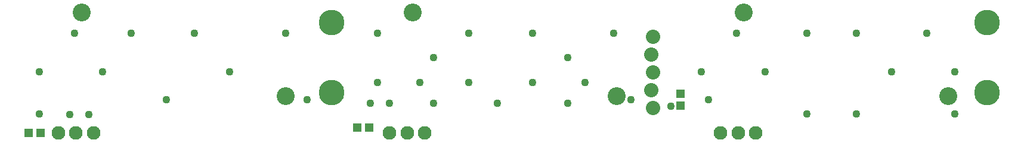
<source format=gts>
G75*
%MOIN*%
%OFA0B0*%
%FSLAX24Y24*%
%IPPOS*%
%LPD*%
%AMOC8*
5,1,8,0,0,1.08239X$1,22.5*
%
%ADD10C,0.1438*%
%ADD11C,0.0769*%
%ADD12C,0.1005*%
%ADD13R,0.0454X0.0493*%
%ADD14R,0.0493X0.0454*%
%ADD15C,0.0800*%
%ADD16C,0.0436*%
D10*
X020037Y003723D03*
X020037Y007660D03*
X056652Y007660D03*
X056652Y003723D03*
D11*
X043738Y001479D03*
X042754Y001479D03*
X041770Y001479D03*
X025234Y001479D03*
X024250Y001479D03*
X023266Y001479D03*
X006730Y001479D03*
X005746Y001479D03*
X004762Y001479D03*
D12*
X017478Y003526D03*
X035982Y003526D03*
X054486Y003526D03*
X043069Y008251D03*
X024565Y008251D03*
X006061Y008251D03*
D13*
X003089Y001479D03*
X003758Y001479D03*
X021474Y001755D03*
X022144Y001755D03*
D14*
X039526Y002995D03*
X039526Y003664D03*
D15*
X037901Y003873D03*
X038001Y004873D03*
X037901Y005873D03*
X038001Y006873D03*
X038001Y002873D03*
D16*
X039014Y002975D03*
X041100Y003330D03*
X036770Y003330D03*
X033226Y003133D03*
X029289Y003133D03*
X025746Y003133D03*
X023266Y003133D03*
X022203Y003133D03*
X018659Y003330D03*
X022596Y004314D03*
X024959Y004314D03*
X027715Y004314D03*
X031258Y004314D03*
X034211Y004314D03*
X040707Y004904D03*
X044250Y004904D03*
X051337Y004904D03*
X054880Y004904D03*
X053305Y007070D03*
X049368Y007070D03*
X046612Y007070D03*
X042675Y007070D03*
X035785Y007070D03*
X031258Y007070D03*
X027715Y007070D03*
X022596Y007070D03*
X017478Y007070D03*
X012360Y007070D03*
X008817Y007070D03*
X005667Y007070D03*
X007242Y004904D03*
X003699Y004904D03*
X010785Y003330D03*
X006455Y002503D03*
X005392Y002503D03*
X003699Y002542D03*
X014329Y004904D03*
X025746Y005692D03*
X033226Y005692D03*
X046612Y002542D03*
X049368Y002542D03*
X054880Y002542D03*
M02*

</source>
